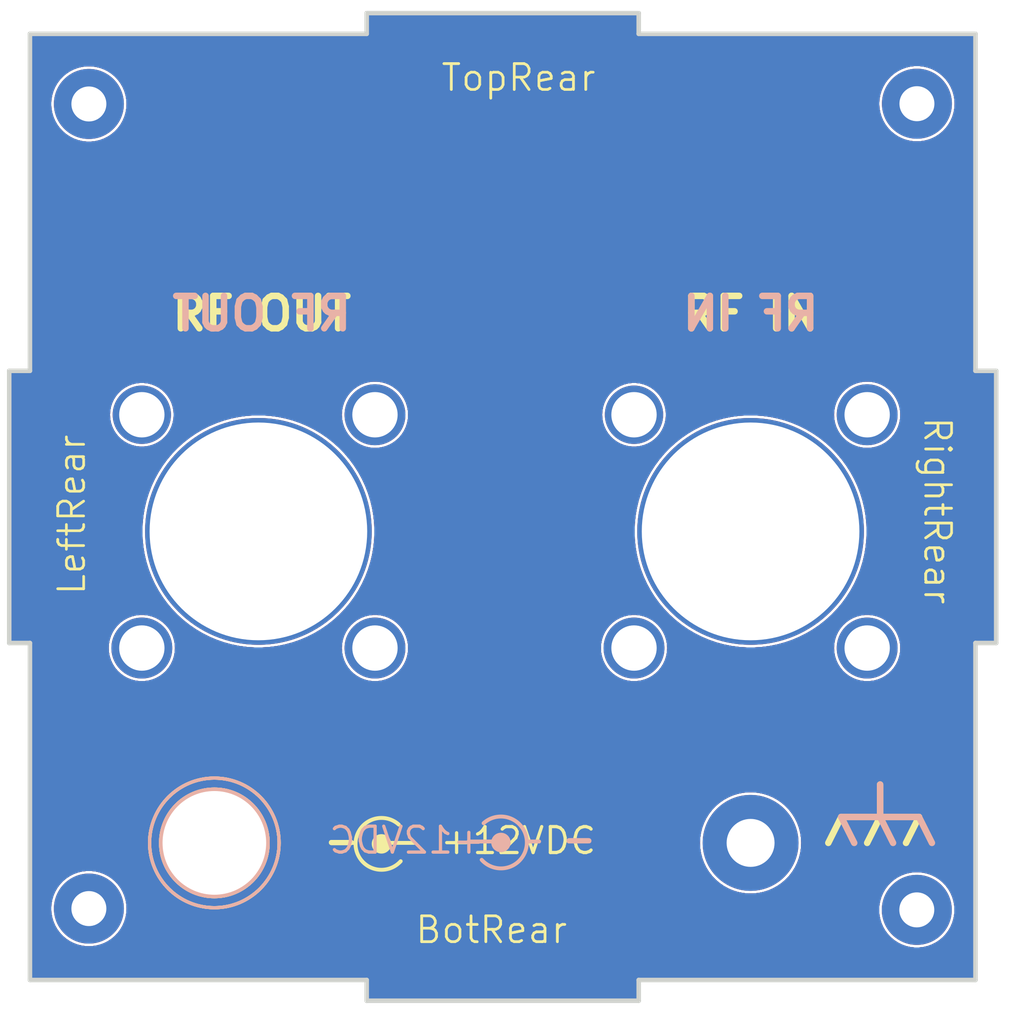
<source format=kicad_pcb>
(kicad_pcb (version 20221018) (generator pcbnew)
  (layers (0 "F.Cu" signal) (31 "B.Cu" signal) (34 "B.Paste" user) (35 "F.Paste" user) (36 "B.SilkS" user "B.Silkscreen") (37 "F.SilkS" user "F.Silkscreen") (38 "B.Mask" user) (39 "F.Mask" user) (44 "Edge.Cuts" user))
  (net 0 "")
  (footprint "MountingHole:MountingHole_3.7mm_Pad" (layer "F.Cu") (at 155.637884 89.421332)
    (fp_text reference "H5" hide)
    (fp_text value "3.7mm PTH")
    (pad "1" thru_hole circle (at 0 0) (size 7.4 7.4) (drill 3.7) (layers "*.Cu" "*.Mask"))
  )
  (footprint "MountingHole:MountingHole_2.7mm_M2.5_Pad" (layer "F.Cu") (at 104.549998 94.49)
    (fp_text reference "H16" hide)
    (fp_text value "2.7mm PTH")
    (pad "1" thru_hole circle (at 0 0) (size 5.4 5.4) (drill 2.7) (layers "*.Cu" "*.Mask"))
  )
  (footprint "cutouts:MountingHole_8.0mm_M8" (layer "F.Cu") (at 114.237884 89.421332)
    (fp_text reference "REF**" hide)
    (fp_text value "MountingHole_8.0mm_M8" hide)
    (pad "" np_thru_hole circle (at 0 0) (size 8 8) (drill 8) (layers "F&B.Cu" "*.Mask"))
  )
  (footprint "cutouts:chassis_logo_silkscreen" (layer "F.Cu") (at 165.637884 87.421332)
    (fp_text reference "REF**" hide)
    (fp_text value "chassis_logo_silkscreen" hide)
    (fp_line (start -3 0) (end -4 2) (stroke (width 0.5)) (layer "F.SilkS"))
    (fp_line (start -3 0) (end 3 0) (stroke (width 0.5)) (layer "F.SilkS"))
    (fp_line (start 0 0) (end -1 2) (stroke (width 0.5)) (layer "F.SilkS"))
    (fp_line (start 0 0) (end 0 -2.5) (stroke (width 0.5)) (layer "F.SilkS"))
    (fp_line (start 3 0) (end 2 2) (stroke (width 0.5)) (layer "F.SilkS"))
  )
  (footprint "MountingHole:MountingHole_2.7mm_M2.5_Pad" (layer "F.Cu") (at 104.549998 32.41)
    (fp_text reference "H15" hide)
    (fp_text value "2.7mm PTH")
    (pad "1" thru_hole circle (at 0 0) (size 5.4 5.4) (drill 2.7) (layers "*.Cu" "*.Mask"))
  )
  (footprint "MountingHole:MountingHole_2.7mm_M2.5_Pad" (layer "F.Cu") (at 168.469998 94.59)
    (fp_text reference "H18" hide)
    (fp_text value "2.7mm PTH")
    (pad "1" thru_hole circle (at 0 0) (size 5.4 5.4) (drill 2.7) (layers "*.Cu" "*.Mask"))
  )
  (footprint "cutouts:Symbol_Barrel_Polarity" (layer "F.Cu") (at 127.137884 89.421332)
    (fp_text reference "REF**" hide)
    (fp_text value "Symbol_Barrel_Polarity" hide)
    (fp_line (start -2.95 0) (end -2.05 0) (stroke (width 0.3)) (layer "F.SilkS"))
    (fp_line (start 0 0) (end 2.5 0) (stroke (width 0.3)) (layer "F.SilkS"))
    (fp_arc (start 1.487112 1.413399) (mid -1.99794 0.180156) (end 1.338399 -1.412112) (stroke (width 0.3)) (layer "F.SilkS"))
    (fp_circle (center 0 0.075) (end 0.5 0.075) (stroke (width 0.5)) (fill solid) (layer "F.SilkS"))
  )
  (footprint "cutouts:SolderMask_XY76.2mm_T3.2mm" (layer "F.Cu") (at 100.117398 26.878)
    (fp_text reference "REF**" hide)
    (fp_text value "SolderMask_XY76.2mm_T3.2mm" hide)
  )
  (footprint "MountingHole:MountingHole_2.7mm_M2.5_Pad" (layer "F.Cu") (at 168.479998 32.39)
    (fp_text reference "H17" hide)
    (fp_text value "2.7mm PTH")
    (pad "1" thru_hole circle (at 0 0) (size 5.4 5.4) (drill 2.7) (layers "*.Cu" "*.Mask"))
  )
  (footprint "cutouts:Symbol_Barrel_Polarity" (layer "B.Cu") (at 136.362884 89.313658 180)
    (fp_text reference "REF**" hide)
    (fp_text value "Symbol_Barrel_Polarity" hide)
    (fp_line (start -2.95 0) (end -2.05 0) (stroke (width 0.3)) (layer "B.SilkS"))
    (fp_line (start 0 0) (end 2.5 0) (stroke (width 0.3)) (layer "B.SilkS"))
    (fp_arc (start 1.338399 1.412112) (mid -1.99794 -0.180156) (end 1.487112 -1.413399) (stroke (width 0.3)) (layer "B.SilkS"))
    (fp_circle (center 0 -0.075) (end 0.5 -0.075) (stroke (width 0.5)) (fill solid) (layer "B.SilkS"))
  )
  (footprint "cutouts:Connector_RF_SO239_2" (layer "B.Cu") (at 117.637884 65.388658 180)
    (fp_text reference "J51" hide)
    (fp_text value "SO239" hide)
    (pad "1" thru_hole circle (at 0 0 180) (size 17.5 17.5) (drill 16.8) (layers "*.Cu" "*.Mask"))
    (pad "2" thru_hole circle (at -9 -9 180) (size 4.7 4.7) (drill 3.5) (layers "*.Cu" "*.Mask"))
    (pad "2" thru_hole circle (at -9 9 180) (size 4.7 4.7) (drill 3.5) (layers "*.Cu" "*.Mask"))
    (pad "2" thru_hole circle (at 9 -9 180) (size 4.7 4.7) (drill 3.5) (layers "*.Cu" "*.Mask"))
    (pad "2" thru_hole circle (at 9 9 180) (size 4.5 4.5) (drill 3.5) (layers "*.Cu" "*.Mask"))
  )
  (footprint "cutouts:chassis_logo_silkscreen" (layer "B.Cu") (at 165.637884 87.421332 180)
    (fp_text reference "REF**" hide)
    (fp_text value "chassis_logo_silkscreen" hide)
    (fp_line (start -3 0) (end -4 -2) (stroke (width 0.5)) (layer "B.SilkS"))
    (fp_line (start -3 0) (end 3 0) (stroke (width 0.5)) (layer "B.SilkS"))
    (fp_line (start 0 0) (end -1 -2) (stroke (width 0.5)) (layer "B.SilkS"))
    (fp_line (start 0 0) (end 0 2.5) (stroke (width 0.5)) (layer "B.SilkS"))
    (fp_line (start 3 0) (end 2 -2) (stroke (width 0.5)) (layer "B.SilkS"))
  )
  (footprint "cutouts:Connector_RF_SO239_2" (layer "B.Cu") (at 155.637884 65.388658 180)
    (fp_text reference "J52" hide)
    (fp_text value "SO239" hide)
    (pad "1" thru_hole circle (at 0 0 180) (size 17.5 17.5) (drill 16.8) (layers "*.Cu" "*.Mask"))
    (pad "2" thru_hole circle (at -9 -9 180) (size 4.7 4.7) (drill 3.5) (layers "*.Cu" "*.Mask"))
    (pad "2" thru_hole circle (at -9 9 180) (size 4.7 4.7) (drill 3.5) (layers "*.Cu" "*.Mask"))
    (pad "2" thru_hole circle (at 9 -9 180) (size 4.7 4.7) (drill 3.5) (layers "*.Cu" "*.Mask"))
    (pad "2" thru_hole circle (at 9 9 180) (size 4.5 4.5) (drill 3.5) (layers "*.Cu" "*.Mask"))
  )
  (gr_circle (center 114.237884 89.421332) (end 109.237884 89.421332) (stroke (width 0.25)) (fill none) (layer "B.SilkS"))
  (gr_circle (center 114.237884 89.421332) (end 113.737884 89.421332) (stroke (width 0.25)) (fill none) (layer "B.SilkS"))
  (gr_circle (center 114.237884 89.421332) (end 110.212884 89.421332) (stroke (width 0.5)) (fill none) (layer "B.SilkS"))
  (gr_circle (center 114.237884 89.421332) (end 109.237884 89.421332) (stroke (width 0.25)) (fill none) (layer "B.SilkS"))
  (gr_circle (center 114.237884 89.421332) (end 110.212884 89.421332) (stroke (width 0.5)) (fill none) (layer "B.SilkS"))
  (gr_circle (center 114.237884 89.421332) (end 113.737884 89.421332) (stroke (width 0.25)) (fill none) (layer "B.SilkS"))
  (gr_circle (center 114.237884 89.421332) (end 114.737884 89.421332) (stroke (width 0.25)) (fill none) (layer "F.SilkS"))
  (gr_circle (center 114.237884 89.421332) (end 119.237884 89.421332) (stroke (width 0.25)) (fill none) (layer "F.SilkS"))
  (gr_circle (center 114.237884 89.421332) (end 114.737884 89.421332) (stroke (width 0.25)) (fill none) (layer "F.SilkS"))
  (gr_circle (center 114.237884 89.421332) (end 119.237884 89.421332) (stroke (width 0.25)) (fill none) (layer "F.SilkS"))
  (gr_circle (center 114.237884 89.421332) (end 118.262884 89.421332) (stroke (width 0.5)) (fill none) (layer "F.SilkS"))
  (gr_circle (center 114.237884 89.421332) (end 118.262884 89.421332) (stroke (width 0.5)) (fill none) (layer "F.SilkS"))
  (gr_line (start 173 27) (end 147 27) (stroke (width 0.349999)) (layer "Edge.Cuts"))
  (gr_line (start 126 100) (end 100 100) (stroke (width 0.349999)) (layer "Edge.Cuts"))
  (gr_line (start 147 25.400002) (end 126 25.400002) (stroke (width 0.349999)) (layer "Edge.Cuts"))
  (gr_line (start 173 53) (end 173 27) (stroke (width 0.349999)) (layer "Edge.Cuts"))
  (gr_line (start 173 74) (end 174.599998 74) (stroke (width 0.349999)) (layer "Edge.Cuts"))
  (gr_line (start 174.599998 74) (end 174.599998 53) (stroke (width 0.349999)) (layer "Edge.Cuts"))
  (gr_line (start 98.400001 74) (end 100 74) (stroke (width 0.349999)) (layer "Edge.Cuts"))
  (gr_line (start 100 53) (end 98.400001 53) (stroke (width 0.349999)) (layer "Edge.Cuts"))
  (gr_line (start 100 74) (end 100 100) (stroke (width 0.349999)) (layer "Edge.Cuts"))
  (gr_line (start 98.400001 53) (end 98.400001 74) (stroke (width 0.349999)) (layer "Edge.Cuts"))
  (gr_line (start 174.599998 53) (end 173 53) (stroke (width 0.349999)) (layer "Edge.Cuts"))
  (gr_line (start 100 27) (end 100 53) (stroke (width 0.349999)) (layer "Edge.Cuts"))
  (gr_line (start 126 25.400002) (end 126 27) (stroke (width 0.349999)) (layer "Edge.Cuts"))
  (gr_line (start 147 101.599999) (end 147 100) (stroke (width 0.349999)) (layer "Edge.Cuts"))
  (gr_line (start 147 25.400002) (end 147 27) (stroke (width 0.349999)) (layer "Edge.Cuts"))
  (gr_line (start 126 100) (end 126 101.599999) (stroke (width 0.349999)) (layer "Edge.Cuts"))
  (gr_line (start 126 101.599999) (end 147 101.599999) (stroke (width 0.349999)) (layer "Edge.Cuts"))
  (gr_line (start 126 27) (end 100 27) (stroke (width 0.349999)) (layer "Edge.Cuts"))
  (gr_line (start 173 100) (end 173 74) (stroke (width 0.349999)) (layer "Edge.Cuts"))
  (gr_line (start 147 100) (end 173 100) (stroke (width 0.349999)) (layer "Edge.Cuts"))
  (gr_text "-" (at 143.887884 90.288658) (layer "B.SilkS") (effects (font (size 2 2) (thickness 0.4) bold) (justify left bottom mirror)))
  (gr_text "RF IN" (at 155.649998 50.05) (layer "B.SilkS") (effects (font (size 2.5 2.5) (thickness 0.5) bold) (justify bottom mirror)))
  (gr_text "-" (at 143.887884 90.288658) (layer "B.SilkS") (effects (font (size 2 2) (thickness 0.4) bold) (justify left bottom mirror)))
  (gr_text "+12VDC" (at 135.287884 90.388658) (layer "B.SilkS") (effects (font (size 2 2) (thickness 0.25)) (justify left bottom mirror)))
  (gr_text "RF OUT" (at 117.899998 50.05) (layer "B.SilkS") (effects (font (size 2.5 2.5) (thickness 0.5) bold) (justify bottom mirror)))
  (gr_text "RightRear" (at 168.899998 56.421332 -90) (layer "F.SilkS") (effects (font (size 2 2) (thickness 0.2)) (justify left bottom)))
  (gr_text "TopRear" (at 131.637884 31.55) (layer "F.SilkS") (effects (font (size 2 2) (thickness 0.2)) (justify left bottom)))
  (gr_text "LeftRear" (at 104.399998 70.421332 90) (layer "F.SilkS") (effects (font (size 2 2) (thickness 0.2)) (justify left bottom)))
  (gr_text "BotRear" (at 129.637884 97.3) (layer "F.SilkS") (effects (font (size 2 2) (thickness 0.2)) (justify left bottom)))
  (gr_text "-" (at 122.537884 90.421332) (layer "F.SilkS") (effects (font (size 2 2) (thickness 0.4) bold) (justify left bottom)))
  (gr_text "-" (at 122.537884 90.421332) (layer "F.SilkS") (effects (font (size 2 2) (thickness 0.4) bold) (justify left bottom)))
  (gr_text "RF OUT" (at 117.899998 50.05) (layer "F.SilkS") (effects (font (size 2.5 2.5) (thickness 0.5) bold) (justify bottom)))
  (gr_text "+12VDC" (at 131.537884 90.421332) (layer "F.SilkS") (effects (font (size 2 2) (thickness 0.25)) (justify left bottom)))
  (gr_text "LeftRear" (at 104.399998 70.421332 90) (layer "F.SilkS") (effects (font (size 2 2) (thickness 0.2)) (justify left bottom)))
  (gr_text "BotRear" (at 129.637884 97.3) (layer "F.SilkS") (effects (font (size 2 2) (thickness 0.2)) (justify left bottom)))
  (gr_text "TopRear" (at 131.637884 31.55) (layer "F.SilkS") (effects (font (size 2 2) (thickness 0.2)) (justify left bottom)))
  (gr_text "RightRear" (at 168.899998 56.421332 -90) (layer "F.SilkS") (effects (font (size 2 2) (thickness 0.2)) (justify left bottom)))
  (gr_text "RF IN" (at 155.649998 50.05) (layer "F.SilkS") (effects (font (size 2.5 2.5) (thickness 0.5) bold) (justify bottom)))
  (zone (net 0) (net_name "") (layers "F&B.Cu") (priority 1) (connect_pads (clearance 0.2032)) (min_thickness 0.2032) (fill yes (thermal_gap 0.254) (thermal_bridge_width 0.508) (island_removal_mode 1) (island_area_min 10))
    (polygon (pts (xy 97.687884 103.388658) (xy 175.187884 103.388658) (xy 175.687884 24.388658) (xy 97.687884 24.388658)))
  )
  (zone (net 0) (net_name "") (layers "F&B.Cu") (priority 1) (connect_pads (clearance 0.2032)) (min_thickness 0.2032) (fill yes (thermal_gap 0.254) (thermal_bridge_width 0.508) (island_removal_mode 1) (island_area_min 10))
    (polygon (pts (xy 97.687884 103.388658) (xy 175.187884 103.388658) (xy 175.687884 24.388658) (xy 97.687884 24.388658)))
  )
)
</source>
